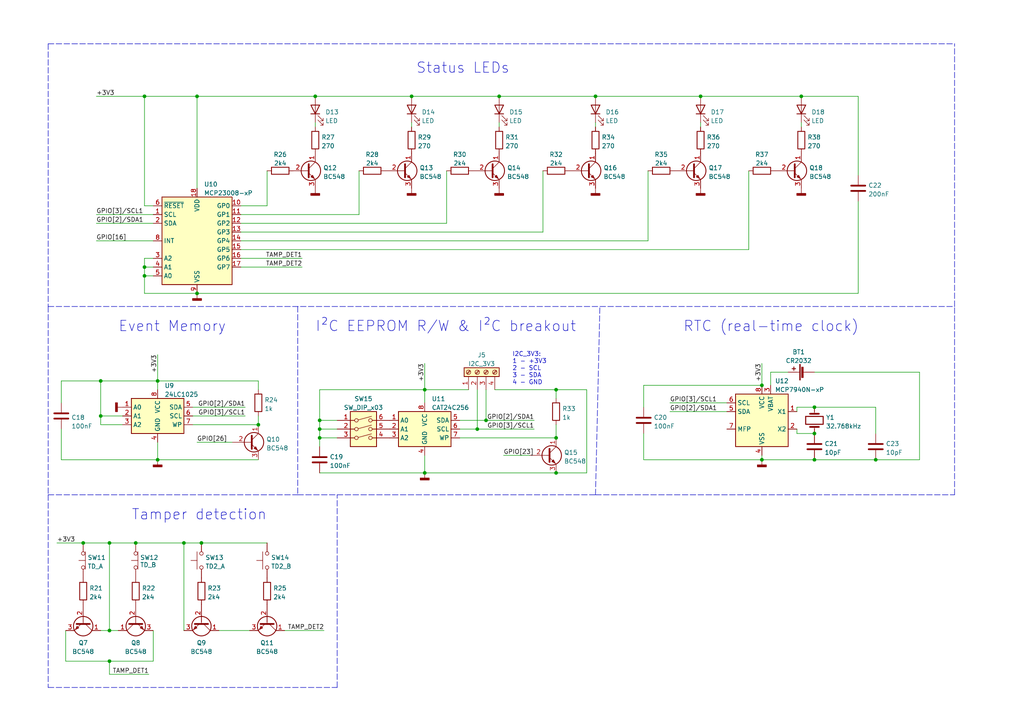
<source format=kicad_sch>
(kicad_sch (version 20211123) (generator eeschema)
  (paper "A4")
  (title_block (title "The Ulysses Board") (date "2022-09-04") (rev "1.3") (company "Dirk Gottschalk") (comment 1 "Status & I2C module") (comment 2 "Schematics") (comment 3 "Draft") (comment 4 "EN") (comment 5 "Tech- dev.") (comment 6 "n/a") (comment 7 "Dirk Gottschalk"))
  (lib_symbols
    (symbol "Connector:Screw_Terminal_01x04" (pin_names (offset 1.016) hide)
      (property "Reference" "J" (at 0 5.08 0))
      (property "Value" "Screw_Terminal_01x04" (at 0 -7.62 0))
      (symbol "Screw_Terminal_01x04_1_1"
        (rectangle (start -1.27 3.81) (end 1.27 -6.35) (stroke (width 0.254)) (fill (type background)))
        (circle (center 0 -5.08) (radius 0.635) (stroke (width 0.1524)))
        (circle (center 0 -2.54) (radius 0.635) (stroke (width 0.1524)))
        (polyline (pts (xy -0.5334 -4.7498) (xy 0.3302 -5.588)) (stroke (width 0.1524)))
        (polyline (pts (xy -0.5334 -2.2098) (xy 0.3302 -3.048)) (stroke (width 0.1524)))
        (polyline (pts (xy -0.5334 0.3302) (xy 0.3302 -0.508)) (stroke (width 0.1524)))
        (polyline (pts (xy -0.5334 2.8702) (xy 0.3302 2.032)) (stroke (width 0.1524)))
        (polyline (pts (xy -0.3556 -4.572) (xy 0.508 -5.4102)) (stroke (width 0.1524)))
        (polyline (pts (xy -0.3556 -2.032) (xy 0.508 -2.8702)) (stroke (width 0.1524)))
        (polyline (pts (xy -0.3556 0.508) (xy 0.508 -0.3302)) (stroke (width 0.1524)))
        (polyline (pts (xy -0.3556 3.048) (xy 0.508 2.2098)) (stroke (width 0.1524)))
        (circle (center 0 0) (radius 0.635) (stroke (width 0.1524)))
        (circle (center 0 2.54) (radius 0.635) (stroke (width 0.1524)))
        (pin passive line (at -5.08 2.54 0) (length 3.81) (name "Pin_1") (number "1"))
        (pin passive line (at -5.08 0 0) (length 3.81) (name "Pin_2") (number "2"))
        (pin passive line (at -5.08 -2.54 0) (length 3.81) (name "Pin_3") (number "3"))
        (pin passive line (at -5.08 -5.08 0) (length 3.81) (name "Pin_4") (number "4"))
      )
    )
    (symbol "Device:Battery_Cell" (pin_numbers hide) (pin_names (offset 0) hide)
      (property "Reference" "BT" (at 2.54 2.54 0))
      (property "Value" "Battery_Cell" (at 2.54 0 0))
      (symbol "Battery_Cell_0_1"
        (rectangle (start -2.286 1.778) (end 2.286 1.524) (fill (type outline)))
        (rectangle (start -1.5748 1.1938) (end 1.4732 0.6858) (fill (type outline)))
        (polyline (pts (xy 0 0.762) (xy 0 0)))
        (polyline (pts (xy 0 1.778) (xy 0 2.54)))
        (polyline (pts (xy 0.508 3.429) (xy 1.524 3.429)) (stroke (width 0.254)))
        (polyline (pts (xy 1.016 3.937) (xy 1.016 2.921)) (stroke (width 0.254)))
      )
      (symbol "Battery_Cell_1_1"
        (pin passive line (at 0 5.08 270) (length 2.54) (name "+") (number "1"))
        (pin passive line (at 0 -2.54 90) (length 2.54) (name "-") (number "2"))
      )
    )
    (symbol "Device:C" (pin_numbers hide) (pin_names (offset 0.254))
      (property "Reference" "C" (at 0.635 2.54 0))
      (property "Value" "C" (at 0.635 -2.54 0))
      (symbol "C_0_1"
        (polyline (pts (xy -2.032 -0.762) (xy 2.032 -0.762)) (stroke (width 0.508)))
        (polyline (pts (xy -2.032 0.762) (xy 2.032 0.762)) (stroke (width 0.508)))
      )
      (symbol "C_1_1"
        (pin passive line (at 0 3.81 270) (length 2.794) (name "~") (number "1"))
        (pin passive line (at 0 -3.81 90) (length 2.794) (name "~") (number "2"))
      )
    )
    (symbol "Device:Crystal" (pin_numbers hide) (pin_names (offset 1.016) hide)
      (property "Reference" "Y" (at 0 3.81 0))
      (property "Value" "Crystal" (at 0 -3.81 0))
      (symbol "Crystal_0_1"
        (rectangle (start -1.143 2.54) (end 1.143 -2.54) (stroke (width 0.3048)))
        (polyline (pts (xy -2.54 0) (xy -1.905 0)))
        (polyline (pts (xy -1.905 -1.27) (xy -1.905 1.27)) (stroke (width 0.508)))
        (polyline (pts (xy 1.905 -1.27) (xy 1.905 1.27)) (stroke (width 0.508)))
        (polyline (pts (xy 2.54 0) (xy 1.905 0)))
      )
      (symbol "Crystal_1_1"
        (pin passive line (at -3.81 0 0) (length 1.27) (name "1") (number "1"))
        (pin passive line (at 3.81 0 180) (length 1.27) (name "2") (number "2"))
      )
    )
    (symbol "Device:LED" (pin_numbers hide) (pin_names (offset 1.016) hide)
      (property "Reference" "D" (at 0 2.54 0))
      (property "Value" "LED" (at 0 -2.54 0))
      (symbol "LED_0_1"
        (polyline (pts (xy -1.27 -1.27) (xy -1.27 1.27)) (stroke (width 0.254)))
        (polyline (pts (xy -1.27 0) (xy 1.27 0)))
        (polyline (pts (xy 1.27 -1.27) (xy 1.27 1.27) (xy -1.27 0) (xy 1.27 -1.27)) (stroke (width 0.254)))
        (polyline (pts (xy -3.048 -0.762) (xy -4.572 -2.286) (xy -3.81 -2.286) (xy -4.572 -2.286) (xy -4.572 -1.524)))
        (polyline (pts (xy -1.778 -0.762) (xy -3.302 -2.286) (xy -2.54 -2.286) (xy -3.302 -2.286) (xy -3.302 -1.524)))
      )
      (symbol "LED_1_1"
        (pin passive line (at -3.81 0 0) (length 2.54) (name "K") (number "1"))
        (pin passive line (at 3.81 0 180) (length 2.54) (name "A") (number "2"))
      )
    )
    (symbol "Device:R" (pin_numbers hide) (pin_names (offset 0))
      (property "Reference" "R" (at 2.032 0 90))
      (property "Value" "R" (at 0 0 90))
      (symbol "R_0_1"
        (rectangle (start -1.016 -2.54) (end 1.016 2.54) (stroke (width 0.254)))
      )
      (symbol "R_1_1"
        (pin passive line (at 0 3.81 270) (length 1.27) (name "~") (number "1"))
        (pin passive line (at 0 -3.81 90) (length 1.27) (name "~") (number "2"))
      )
    )
    (symbol "Interface_Expansion:MCP23008-xP"
      (property "Reference" "U" (at -8.89 13.97 0))
      (property "Value" "MCP23008-xP" (at 8.89 13.97 0))
      (symbol "MCP23008-xP_0_1"
        (rectangle (start -10.16 12.7) (end 10.16 -12.7) (stroke (width 0.254)) (fill (type background)))
      )
      (symbol "MCP23008-xP_1_1"
        (pin input line (at -12.7 7.62 0) (length 2.54) (name "SCL") (number "1"))
        (pin bidirectional line (at 12.7 10.16 180) (length 2.54) (name "GP0") (number "10"))
        (pin bidirectional line (at 12.7 7.62 180) (length 2.54) (name "GP1") (number "11"))
        (pin bidirectional line (at 12.7 5.08 180) (length 2.54) (name "GP2") (number "12"))
        (pin bidirectional line (at 12.7 2.54 180) (length 2.54) (name "GP3") (number "13"))
        (pin bidirectional line (at 12.7 0 180) (length 2.54) (name "GP4") (number "14"))
        (pin bidirectional line (at 12.7 -2.54 180) (length 2.54) (name "GP5") (number "15"))
        (pin bidirectional line (at 12.7 -5.08 180) (length 2.54) (name "GP6") (number "16"))
        (pin bidirectional line (at 12.7 -7.62 180) (length 2.54) (name "GP7") (number "17"))
        (pin power_in line (at 0 15.24 270) (length 2.54) (name "VDD") (number "18"))
        (pin bidirectional line (at -12.7 5.08 0) (length 2.54) (name "SDA") (number "2"))
        (pin input line (at -12.7 -5.08 0) (length 2.54) (name "A2") (number "3"))
        (pin input line (at -12.7 -7.62 0) (length 2.54) (name "A1") (number "4"))
        (pin input line (at -12.7 -10.16 0) (length 2.54) (name "A0") (number "5"))
        (pin input line (at -12.7 10.16 0) (length 2.54) (name "~{RESET}") (number "6"))
        (pin no_connect line (at -10.16 -2.54 0) (length 2.54) hide (name "NC") (number "7"))
        (pin output line (at -12.7 0 0) (length 2.54) (name "INT") (number "8"))
        (pin power_in line (at 0 -15.24 90) (length 2.54) (name "VSS") (number "9"))
      )
    )
    (symbol "Memory_EEPROM:24LC1025"
      (property "Reference" "U" (at -6.35 6.35 0))
      (property "Value" "24LC1025" (at 1.27 6.35 0))
      (symbol "24LC1025_1_1"
        (rectangle (start -7.62 5.08) (end 7.62 -5.08) (stroke (width 0.254)) (fill (type background)))
        (pin input line (at -10.16 2.54 0) (length 2.54) (name "A0") (number "1"))
        (pin input line (at -10.16 0 0) (length 2.54) (name "A1") (number "2"))
        (pin input line (at -10.16 -2.54 0) (length 2.54) (name "A2") (number "3"))
        (pin power_in line (at 0 -7.62 90) (length 2.54) (name "GND") (number "4"))
        (pin bidirectional line (at 10.16 2.54 180) (length 2.54) (name "SDA") (number "5"))
        (pin input line (at 10.16 0 180) (length 2.54) (name "SCL") (number "6"))
        (pin input line (at 10.16 -2.54 180) (length 2.54) (name "WP") (number "7"))
        (pin power_in line (at 0 7.62 270) (length 2.54) (name "VCC") (number "8"))
      )
    )
    (symbol "Memory_EEPROM:CAT24C256"
      (property "Reference" "U" (at -6.35 6.35 0))
      (property "Value" "CAT24C256" (at 1.27 6.35 0))
      (symbol "CAT24C256_1_1"
        (rectangle (start -7.62 5.08) (end 7.62 -5.08) (stroke (width 0.254)) (fill (type background)))
        (pin input line (at -10.16 2.54 0) (length 2.54) (name "A0") (number "1"))
        (pin input line (at -10.16 0 0) (length 2.54) (name "A1") (number "2"))
        (pin input line (at -10.16 -2.54 0) (length 2.54) (name "A2") (number "3"))
        (pin power_in line (at 0 -7.62 90) (length 2.54) (name "GND") (number "4"))
        (pin bidirectional line (at 10.16 2.54 180) (length 2.54) (name "SDA") (number "5"))
        (pin input line (at 10.16 0 180) (length 2.54) (name "SCL") (number "6"))
        (pin input line (at 10.16 -2.54 180) (length 2.54) (name "WP") (number "7"))
        (pin power_in line (at 0 7.62 270) (length 2.54) (name "VCC") (number "8"))
      )
    )
    (symbol "Switch:SW_DIP_x03" (pin_names (offset 0) hide)
      (property "Reference" "SW" (at 0 8.89 0))
      (property "Value" "SW_DIP_x03" (at 0 -3.81 0))
      (symbol "SW_DIP_x03_0_0"
        (circle (center -2.032 0) (radius 0.508))
        (circle (center -2.032 2.54) (radius 0.508))
        (circle (center -2.032 5.08) (radius 0.508))
        (polyline (pts (xy -1.524 0.127) (xy 2.3622 1.1684)))
        (polyline (pts (xy -1.524 2.667) (xy 2.3622 3.7084)))
        (polyline (pts (xy -1.524 5.207) (xy 2.3622 6.2484)))
        (circle (center 2.032 0) (radius 0.508))
        (circle (center 2.032 2.54) (radius 0.508))
        (circle (center 2.032 5.08) (radius 0.508))
      )
      (symbol "SW_DIP_x03_0_1"
        (rectangle (start -3.81 7.62) (end 3.81 -2.54) (stroke (width 0.254)) (fill (type background)))
      )
      (symbol "SW_DIP_x03_1_1"
        (pin passive line (at -7.62 5.08 0) (length 5.08) (name "~") (number "1"))
        (pin passive line (at -7.62 2.54 0) (length 5.08) (name "~") (number "2"))
        (pin passive line (at -7.62 0 0) (length 5.08) (name "~") (number "3"))
        (pin passive line (at 7.62 0 180) (length 5.08) (name "~") (number "4"))
        (pin passive line (at 7.62 2.54 180) (length 5.08) (name "~") (number "5"))
        (pin passive line (at 7.62 5.08 180) (length 5.08) (name "~") (number "6"))
      )
    )
    (symbol "Switch:SW_Push" (pin_numbers hide) (pin_names (offset 1.016) hide)
      (property "Reference" "SW" (at 1.27 2.54 0))
      (property "Value" "SW_Push" (at 0 -1.524 0))
      (symbol "SW_Push_0_1"
        (circle (center -2.032 0) (radius 0.508))
        (polyline (pts (xy 0 1.27) (xy 0 3.048)))
        (polyline (pts (xy 2.54 1.27) (xy -2.54 1.27)))
        (circle (center 2.032 0) (radius 0.508))
        (pin passive line (at -5.08 0 0) (length 2.54) (name "1") (number "1"))
        (pin passive line (at 5.08 0 180) (length 2.54) (name "2") (number "2"))
      )
    )
    (symbol "Switch:SW_Push_Open" (pin_numbers hide) (pin_names (offset 1.016) hide)
      (property "Reference" "SW" (at 0 2.54 0))
      (property "Value" "SW_Push_Open" (at 0 -1.905 0))
      (symbol "SW_Push_Open_0_1"
        (circle (center -2.032 0) (radius 0.508))
        (polyline (pts (xy -2.54 -0.635) (xy 2.54 -0.635)))
        (polyline (pts (xy 0 -0.635) (xy 0 1.27)))
        (circle (center 2.032 0) (radius 0.508))
        (pin passive line (at -5.08 0 0) (length 2.54) (name "A") (number "1"))
      )
      (symbol "SW_Push_Open_1_1"
        (pin passive line (at 5.08 0 180) (length 2.54) (name "B") (number "2"))
      )
    )
    (symbol "Timer_RTC:MCP7940N-xP"
      (property "Reference" "U" (at -6.35 8.89 0))
      (property "Value" "MCP7940N-xP" (at 11.43 8.89 0))
      (symbol "MCP7940N-xP_0_1"
        (rectangle (start -7.62 7.62) (end 7.62 -7.62) (stroke (width 0.254)) (fill (type background)))
      )
      (symbol "MCP7940N-xP_1_1"
        (pin input line (at 10.16 2.54 180) (length 2.54) (name "X1") (number "1"))
        (pin output line (at 10.16 -2.54 180) (length 2.54) (name "X2") (number "2"))
        (pin power_in line (at 2.54 10.16 270) (length 2.54) (name "VBAT") (number "3"))
        (pin power_in line (at 0 -10.16 90) (length 2.54) (name "VSS") (number "4"))
        (pin bidirectional line (at -10.16 2.54 0) (length 2.54) (name "SDA") (number "5"))
        (pin input line (at -10.16 5.08 0) (length 2.54) (name "SCL") (number "6"))
        (pin open_collector line (at -10.16 -2.54 0) (length 2.54) (name "MFP") (number "7"))
        (pin power_in line (at 0 10.16 270) (length 2.54) (name "VCC") (number "8"))
      )
    )
    (symbol "Transistor_BJT:BC548" (pin_names (offset 0) hide)
      (property "Reference" "Q" (at 5.08 1.905 0))
      (property "Value" "BC548" (at 5.08 0 0))
      (symbol "BC548_0_1"
        (polyline (pts (xy 0 0) (xy 0.635 0)))
        (polyline (pts (xy 0.635 0.635) (xy 2.54 2.54)))
        (polyline (pts (xy 0.635 -0.635) (xy 2.54 -2.54) (xy 2.54 -2.54)))
        (polyline (pts (xy 0.635 1.905) (xy 0.635 -1.905) (xy 0.635 -1.905)) (stroke (width 0.508)))
        (polyline (pts (xy 1.27 -1.778) (xy 1.778 -1.27) (xy 2.286 -2.286) (xy 1.27 -1.778) (xy 1.27 -1.778)) (fill (type outline)))
        (circle (center 1.27 0) (radius 2.8194) (stroke (width 0.254)))
      )
      (symbol "BC548_1_1"
        (pin passive line (at 2.54 5.08 270) (length 2.54) (name "C") (number "1"))
        (pin input line (at -5.08 0 0) (length 5.08) (name "B") (number "2"))
        (pin passive line (at 2.54 -5.08 90) (length 2.54) (name "E") (number "3"))
      )
    )
    (symbol "power:GNDD" (power) (pin_names (offset 0))
      (property "Value" "GNDD" (at 0 -3.175 0))
      (symbol "GNDD_0_1"
        (rectangle (start -1.27 -1.524) (end 1.27 -2.032) (stroke (width 0.254)) (fill (type outline)))
        (polyline (pts (xy 0 0) (xy 0 -1.524)))
      )
      (symbol "GNDD_1_1"
        (pin power_in line (at 0 0 270) (length 0) hide (name "GNDD") (number "1"))
      )
    )
  )
  (junction (at 29.21 110.49))
  (junction (at 57.15 27.94))
  (junction (at 236.22 125.73))
  (junction (at 220.98 133.35))
  (junction (at 161.29 127))
  (junction (at 41.91 27.94))
  (junction (at 91.44 27.94))
  (junction (at 57.15 85.09))
  (junction (at 53.34 157.48))
  (junction (at 232.41 27.94))
  (junction (at 236.22 133.35))
  (junction (at 138.43 124.46))
  (junction (at 41.91 77.47))
  (junction (at 123.19 113.03))
  (junction (at 161.29 137.16))
  (junction (at 92.71 127))
  (junction (at 58.42 157.48))
  (junction (at 119.38 27.94))
  (junction (at 254 133.35))
  (junction (at 144.78 27.94))
  (junction (at 172.72 27.94))
  (junction (at 92.71 121.92))
  (junction (at 45.72 133.35))
  (junction (at 24.13 157.48))
  (junction (at 29.21 120.65))
  (junction (at 74.93 123.19))
  (junction (at 220.98 111.76))
  (junction (at 236.22 118.11))
  (junction (at 123.19 137.16))
  (junction (at 31.75 182.88))
  (junction (at 92.71 124.46))
  (junction (at 45.72 110.49))
  (junction (at 31.75 157.48))
  (junction (at 41.91 80.01))
  (junction (at 203.2 27.94))
  (junction (at 140.97 121.92))
  (junction (at 161.29 113.03))
  (junction (at 39.37 157.48))
  (junction (at 31.75 191.77))
  (wire (pts (xy 194.31 116.84) (xy 210.82 116.84)))
  (wire (pts (xy 203.2 27.94) (xy 232.41 27.94)))
  (wire (pts (xy 27.94 64.77) (xy 44.45 64.77)))
  (polyline (pts (xy 276.86 88.9) (xy 276.86 12.7)))
  (wire (pts (xy 266.7 107.95) (xy 266.7 133.35)))
  (wire (pts (xy 123.19 132.08) (xy 123.19 137.16)))
  (wire (pts (xy 45.72 128.27) (xy 45.72 133.35)))
  (polyline (pts (xy 13.97 88.9) (xy 13.97 143.51)))
  (wire (pts (xy 248.92 27.94) (xy 232.41 27.94)))
  (wire (pts (xy 231.14 119.38) (xy 231.14 118.11)))
  (polyline (pts (xy 13.97 88.9) (xy 276.86 88.9)))
  (wire (pts (xy 140.97 113.03) (xy 140.97 121.92)))
  (wire (pts (xy 16.51 157.48) (xy 24.13 157.48)))
  (polyline (pts (xy 276.86 143.51) (xy 276.86 88.9)))
  (wire (pts (xy 27.94 69.85) (xy 44.45 69.85)))
  (wire (pts (xy 172.72 27.94) (xy 203.2 27.94)))
  (wire (pts (xy 41.91 80.01) (xy 44.45 80.01)))
  (wire (pts (xy 45.72 133.35) (xy 17.78 133.35)))
  (wire (pts (xy 143.51 113.03) (xy 161.29 113.03)))
  (wire (pts (xy 92.71 124.46) (xy 92.71 121.92)))
  (wire (pts (xy 35.56 123.19) (xy 29.21 123.19)))
  (wire (pts (xy 133.35 121.92) (xy 140.97 121.92)))
  (wire (pts (xy 232.41 35.56) (xy 232.41 36.83)))
  (wire (pts (xy 69.85 67.31) (xy 157.48 67.31)))
  (wire (pts (xy 146.05 132.08) (xy 153.67 132.08)))
  (wire (pts (xy 92.71 121.92) (xy 92.71 113.03)))
  (wire (pts (xy 194.31 119.38) (xy 210.82 119.38)))
  (wire (pts (xy 236.22 133.35) (xy 254 133.35)))
  (polyline (pts (xy 13.97 143.51) (xy 13.97 199.39)))
  (wire (pts (xy 220.98 132.08) (xy 220.98 133.35)))
  (wire (pts (xy 266.7 133.35) (xy 254 133.35)))
  (polyline (pts (xy 13.97 199.39) (xy 97.79 199.39)))
  (wire (pts (xy 203.2 35.56) (xy 203.2 36.83)))
  (wire (pts (xy 55.88 120.65) (xy 71.12 120.65)))
  (wire (pts (xy 31.75 182.88) (xy 34.29 182.88)))
  (wire (pts (xy 69.85 72.39) (xy 217.17 72.39)))
  (wire (pts (xy 231.14 124.46) (xy 231.14 125.73)))
  (wire (pts (xy 53.34 157.48) (xy 53.34 182.88)))
  (wire (pts (xy 236.22 107.95) (xy 266.7 107.95)))
  (wire (pts (xy 57.15 27.94) (xy 91.44 27.94)))
  (wire (pts (xy 82.55 182.88) (xy 93.98 182.88)))
  (wire (pts (xy 17.78 110.49) (xy 17.78 116.84)))
  (wire (pts (xy 129.54 64.77) (xy 129.54 49.53)))
  (wire (pts (xy 55.88 123.19) (xy 74.93 123.19)))
  (wire (pts (xy 138.43 124.46) (xy 154.94 124.46)))
  (wire (pts (xy 186.69 111.76) (xy 220.98 111.76)))
  (wire (pts (xy 104.14 62.23) (xy 104.14 49.53)))
  (wire (pts (xy 41.91 85.09) (xy 41.91 80.01)))
  (wire (pts (xy 27.94 27.94) (xy 41.91 27.94)))
  (wire (pts (xy 133.35 124.46) (xy 138.43 124.46)))
  (wire (pts (xy 123.19 105.41) (xy 123.19 113.03)))
  (wire (pts (xy 69.85 59.69) (xy 77.47 59.69)))
  (wire (pts (xy 69.85 64.77) (xy 129.54 64.77)))
  (wire (pts (xy 123.19 113.03) (xy 135.89 113.03)))
  (wire (pts (xy 31.75 157.48) (xy 31.75 182.88)))
  (wire (pts (xy 248.92 58.42) (xy 248.92 85.09)))
  (polyline (pts (xy 13.97 12.7) (xy 13.97 88.9)))
  (polyline (pts (xy 13.97 12.7) (xy 276.86 12.7)))
  (wire (pts (xy 161.29 137.16) (xy 170.18 137.16)))
  (wire (pts (xy 123.19 113.03) (xy 123.19 116.84)))
  (wire (pts (xy 172.72 35.56) (xy 172.72 36.83)))
  (wire (pts (xy 161.29 123.19) (xy 161.29 127)))
  (polyline (pts (xy 86.36 88.9) (xy 86.36 143.51)))
  (wire (pts (xy 217.17 72.39) (xy 217.17 49.53)))
  (wire (pts (xy 29.21 123.19) (xy 29.21 120.65)))
  (wire (pts (xy 74.93 123.19) (xy 74.93 120.65)))
  (wire (pts (xy 223.52 107.95) (xy 228.6 107.95)))
  (wire (pts (xy 254 125.73) (xy 254 118.11)))
  (wire (pts (xy 45.72 102.87) (xy 45.72 110.49)))
  (wire (pts (xy 43.18 195.58) (xy 31.75 195.58)))
  (wire (pts (xy 31.75 191.77) (xy 44.45 191.77)))
  (wire (pts (xy 92.71 113.03) (xy 123.19 113.03)))
  (wire (pts (xy 55.88 118.11) (xy 71.12 118.11)))
  (wire (pts (xy 24.13 157.48) (xy 31.75 157.48)))
  (wire (pts (xy 144.78 35.56) (xy 144.78 36.83)))
  (wire (pts (xy 92.71 121.92) (xy 97.79 121.92)))
  (wire (pts (xy 57.15 85.09) (xy 41.91 85.09)))
  (wire (pts (xy 69.85 62.23) (xy 104.14 62.23)))
  (wire (pts (xy 41.91 77.47) (xy 44.45 77.47)))
  (wire (pts (xy 58.42 157.48) (xy 77.47 157.48)))
  (wire (pts (xy 45.72 110.49) (xy 45.72 113.03)))
  (wire (pts (xy 91.44 35.56) (xy 91.44 36.83)))
  (wire (pts (xy 223.52 111.76) (xy 223.52 107.95)))
  (wire (pts (xy 31.75 195.58) (xy 31.75 191.77)))
  (wire (pts (xy 92.71 124.46) (xy 97.79 124.46)))
  (wire (pts (xy 53.34 157.48) (xy 58.42 157.48)))
  (polyline (pts (xy 172.72 143.51) (xy 173.99 88.9)))
  (wire (pts (xy 17.78 110.49) (xy 29.21 110.49)))
  (wire (pts (xy 41.91 77.47) (xy 41.91 80.01)))
  (wire (pts (xy 157.48 67.31) (xy 157.48 49.53)))
  (wire (pts (xy 170.18 113.03) (xy 170.18 137.16)))
  (wire (pts (xy 220.98 105.41) (xy 220.98 111.76)))
  (wire (pts (xy 140.97 121.92) (xy 154.94 121.92)))
  (wire (pts (xy 39.37 157.48) (xy 53.34 157.48)))
  (wire (pts (xy 119.38 35.56) (xy 119.38 36.83)))
  (wire (pts (xy 119.38 27.94) (xy 144.78 27.94)))
  (polyline (pts (xy 86.36 143.51) (xy 172.72 143.51)))
  (wire (pts (xy 69.85 77.47) (xy 87.63 77.47)))
  (wire (pts (xy 186.69 118.11) (xy 186.69 111.76)))
  (wire (pts (xy 17.78 124.46) (xy 17.78 133.35)))
  (wire (pts (xy 31.75 157.48) (xy 39.37 157.48)))
  (wire (pts (xy 77.47 49.53) (xy 77.47 59.69)))
  (polyline (pts (xy 172.72 143.51) (xy 276.86 143.51)))
  (wire (pts (xy 19.05 182.88) (xy 19.05 191.77)))
  (wire (pts (xy 29.21 120.65) (xy 29.21 110.49)))
  (wire (pts (xy 69.85 69.85) (xy 187.96 69.85)))
  (wire (pts (xy 57.15 85.09) (xy 248.92 85.09)))
  (wire (pts (xy 254 118.11) (xy 236.22 118.11)))
  (wire (pts (xy 91.44 27.94) (xy 119.38 27.94)))
  (wire (pts (xy 29.21 110.49) (xy 45.72 110.49)))
  (wire (pts (xy 231.14 125.73) (xy 236.22 125.73)))
  (wire (pts (xy 57.15 27.94) (xy 57.15 54.61)))
  (wire (pts (xy 92.71 127) (xy 92.71 129.54)))
  (wire (pts (xy 44.45 191.77) (xy 44.45 182.88)))
  (wire (pts (xy 248.92 50.8) (xy 248.92 27.94)))
  (wire (pts (xy 138.43 113.03) (xy 138.43 124.46)))
  (wire (pts (xy 220.98 133.35) (xy 236.22 133.35)))
  (wire (pts (xy 29.21 182.88) (xy 31.75 182.88)))
  (polyline (pts (xy 97.79 199.39) (xy 97.79 143.51)))
  (wire (pts (xy 41.91 27.94) (xy 57.15 27.94)))
  (wire (pts (xy 74.93 110.49) (xy 45.72 110.49)))
  (wire (pts (xy 29.21 120.65) (xy 35.56 120.65)))
  (wire (pts (xy 19.05 191.77) (xy 31.75 191.77)))
  (wire (pts (xy 41.91 59.69) (xy 41.91 27.94)))
  (wire (pts (xy 231.14 118.11) (xy 236.22 118.11)))
  (wire (pts (xy 144.78 27.94) (xy 172.72 27.94)))
  (wire (pts (xy 133.35 127) (xy 161.29 127)))
  (wire (pts (xy 161.29 113.03) (xy 161.29 115.57)))
  (wire (pts (xy 74.93 113.03) (xy 74.93 110.49)))
  (wire (pts (xy 97.79 127) (xy 92.71 127)))
  (wire (pts (xy 187.96 69.85) (xy 187.96 49.53)))
  (wire (pts (xy 44.45 74.93) (xy 41.91 74.93)))
  (wire (pts (xy 69.85 74.93) (xy 87.63 74.93)))
  (polyline (pts (xy 13.97 143.51) (xy 86.36 143.51)))
  (wire (pts (xy 186.69 133.35) (xy 220.98 133.35)))
  (wire (pts (xy 123.19 137.16) (xy 161.29 137.16)))
  (wire (pts (xy 27.94 62.23) (xy 44.45 62.23)))
  (wire (pts (xy 63.5 182.88) (xy 72.39 182.88)))
  (wire (pts (xy 186.69 125.73) (xy 186.69 133.35)))
  (wire (pts (xy 74.93 133.35) (xy 45.72 133.35)))
  (wire (pts (xy 92.71 127) (xy 92.71 124.46)))
  (wire (pts (xy 57.15 128.27) (xy 67.31 128.27)))
  (wire (pts (xy 41.91 74.93) (xy 41.91 77.47)))
  (wire (pts (xy 161.29 113.03) (xy 170.18 113.03)))
  (wire (pts (xy 92.71 137.16) (xy 123.19 137.16)))
  (wire (pts (xy 44.45 59.69) (xy 41.91 59.69)))
  (text "I2C_3V3:\n1 - +3V3\n2 - SCL\n3 - SDA\n4 - GND" (at 148.59 111.76 0) (effects (font (size 1.27 1.27)) (justify left bottom)))
  (text "RTC (real-time clock)" (at 198.12 96.52 0) (effects (font (size 3 3)) (justify left bottom)))
  (text "Event Memory" (at 34.29 96.52 0) (effects (font (size 3 3)) (justify left bottom)))
  (text "Tamper detection" (at 38.1 151.13 0) (effects (font (size 3 3)) (justify left bottom)))
  (text "Status LEDs" (at 120.65 21.59 0) (effects (font (size 3 3)) (justify left bottom)))
  (text "I²C EEPROM R/W & I²C breakout" (at 91.44 96.52 0) (effects (font (size 3 3)) (justify left bottom)))
  (label "GPIO[2]{slash}SDA1" (at 71.12 118.11 180))
  (label "+3V3" (at 16.51 157.48 0))
  (label "GPIO[3]{slash}SCL1" (at 154.94 124.46 180))
  (label "GPIO[2]{slash}SDA1" (at 27.94 64.77 0))
  (label "GPIO[2]{slash}SDA1" (at 194.31 119.38 0))
  (label "GPIO[26]" (at 57.15 128.27 0))
  (label "GPIO[2]{slash}SDA1" (at 154.94 121.92 180))
  (label "TAMP_DET2" (at 93.98 182.88 180))
  (label "TAMP_DET1" (at 87.63 74.93 180))
  (label "GPIO[16]" (at 27.94 69.85 0))
  (label "GPIO[3]{slash}SCL1" (at 71.12 120.65 180))
  (label "TAMP_DET2" (at 87.63 77.47 180))
  (label "+3V3" (at 27.94 27.94 0))
  (label "TAMP_DET1" (at 43.18 195.58 180))
  (label "+3V3" (at 123.19 105.41 270))
  (label "+3V3" (at 45.72 102.87 270))
  (label "+3V3" (at 220.98 105.41 270))
  (label "GPIO[3]{slash}SCL1" (at 27.94 62.23 0))
  (label "GPIO[23]" (at 146.05 132.08 0))
  (label "GPIO[3]{slash}SCL1" (at 194.31 116.84 0))
  (symbol (lib_id "Device:R") (at 191.77 49.53 90) (unit 1)
    (property "Reference" "R35" (at 191.77 44.8142 90))
    (property "Value" "2k4" (at 191.77 47.3511 90))
  )
  (symbol (lib_id "Transistor_BJT:BC548") (at 229.87 49.53 0) (unit 1)
    (property "Reference" "Q18" (at 234.7214 48.6953 0) (effects (justify left)))
    (property "Value" "BC548" (at 234.7214 51.2322 0) (effects (justify left)))
    (property "Footprint" "Package_TO_SOT_THT:TO-92_Inline" (effects hide))
    (property "Datasheet" "https://www.onsemi.com/pub/Collateral/BC550-D.pdf" (effects hide))
  )
  (symbol (lib_id "Memory_EEPROM:CAT24C256") (at 123.19 124.46 0) (unit 1)
    (property "Reference" "U11" (at 125.2094 115.6802 0) (effects (justify left)))
    (property "Value" "CAT24C256" (at 125.2094 118.2171 0) (effects (justify left)))
    (property "Datasheet" "https://www.onsemi.cn/PowerSolutions/document/CAT24C256-D.PDF" (effects hide))
  )
  (symbol (lib_id "Transistor_BJT:BC548") (at 77.47 180.34 270) (unit 1)
    (property "Reference" "Q11" (at 77.47 186.4598 90))
    (property "Value" "BC548" (at 77.47 188.9967 90))
    (property "Footprint" "Package_TO_SOT_THT:TO-92_Inline" (effects hide))
    (property "Datasheet" "https://www.onsemi.com/pub/Collateral/BC550-D.pdf" (effects hide))
  )
  (symbol (lib_id "Device:C") (at 236.22 129.54 0) (unit 1)
    (property "Reference" "C21" (at 239.141 128.7053 0) (effects (justify left)))
    (property "Value" "10pF" (at 239.141 131.2422 0) (effects (justify left)))
  )
  (symbol (lib_id "Transistor_BJT:BC548") (at 142.24 49.53 0) (unit 1)
    (property "Reference" "Q14" (at 147.0914 48.6953 0) (effects (justify left)))
    (property "Value" "BC548" (at 147.0914 51.2322 0) (effects (justify left)))
    (property "Footprint" "Package_TO_SOT_THT:TO-92_Inline" (effects hide))
    (property "Datasheet" "https://www.onsemi.com/pub/Collateral/BC550-D.pdf" (effects hide))
  )
  (symbol (lib_id "power:GNDD") (at 35.56 118.11 270) (unit 1)
    (property "Reference" "#PWR09" (effects hide))
    (property "Value" "GNDD" (effects hide))
  )
  (symbol (lib_id "Device:R") (at 77.47 171.45 0) (unit 1)
    (property "Reference" "R25" (at 79.248 170.6153 0) (effects (justify left)))
    (property "Value" "2k4" (at 79.248 173.1522 0) (effects (justify left)))
  )
  (symbol (lib_id "Device:R") (at 161.29 49.53 90) (unit 1)
    (property "Reference" "R32" (at 161.29 44.8142 90))
    (property "Value" "2k4" (at 161.29 47.3511 90))
  )
  (symbol (lib_id "Device:R") (at 24.13 171.45 0) (unit 1)
    (property "Reference" "R21" (at 25.908 170.6153 0) (effects (justify left)))
    (property "Value" "2k4" (at 25.908 173.1522 0) (effects (justify left)))
  )
  (symbol (lib_id "Switch:SW_Push") (at 58.42 162.56 90) (unit 1)
    (property "Reference" "SW13" (at 59.563 161.7253 90) (effects (justify right)))
    (property "Value" "TD2_A" (at 59.563 164.2622 90) (effects (justify right)))
  )
  (symbol (lib_id "power:GNDD") (at 203.2 54.61 0) (unit 1)
    (property "Reference" "#PWR017" (effects hide))
    (property "Value" "GNDD" (effects hide))
  )
  (symbol (lib_id "Transistor_BJT:BC548") (at 200.66 49.53 0) (unit 1)
    (property "Reference" "Q17" (at 205.5114 48.6953 0) (effects (justify left)))
    (property "Value" "BC548" (at 205.5114 51.2322 0) (effects (justify left)))
    (property "Footprint" "Package_TO_SOT_THT:TO-92_Inline" (effects hide))
    (property "Datasheet" "https://www.onsemi.com/pub/Collateral/BC550-D.pdf" (effects hide))
  )
  (symbol (lib_id "Device:LED") (at 172.72 31.75 90) (unit 1)
    (property "Reference" "D16" (at 175.641 32.5028 90) (effects (justify right)))
    (property "Value" "LED" (at 175.641 35.0397 90) (effects (justify right)))
  )
  (symbol (lib_id "Device:R") (at 39.37 171.45 0) (unit 1)
    (property "Reference" "R22" (at 41.148 170.6153 0) (effects (justify left)))
    (property "Value" "2k4" (at 41.148 173.1522 0) (effects (justify left)))
  )
  (symbol (lib_id "Memory_EEPROM:24LC1025") (at 45.72 120.65 0) (unit 1)
    (property "Reference" "U9" (at 47.7394 111.8702 0) (effects (justify left)))
    (property "Value" "24LC1025" (at 47.7394 114.4071 0) (effects (justify left)))
    (property "Datasheet" "http://ww1.microchip.com/downloads/en/DeviceDoc/21941B.pdf" (effects hide))
  )
  (symbol (lib_id "Switch:SW_DIP_x03") (at 105.41 127 0) (unit 1)
    (property "Reference" "SW15" (at 105.41 115.6802 0))
    (property "Value" "SW_DIP_x03" (at 105.41 118.2171 0))
  )
  (symbol (lib_id "power:GNDD") (at 220.98 133.35 0) (unit 1)
    (property "Reference" "#PWR018" (effects hide))
    (property "Value" "GNDD" (effects hide))
  )
  (symbol (lib_id "power:GNDD") (at 172.72 54.61 0) (unit 1)
    (property "Reference" "#PWR016" (effects hide))
    (property "Value" "GNDD" (effects hide))
  )
  (symbol (lib_id "Connector:Screw_Terminal_01x04") (at 138.43 107.95 90) (unit 1)
    (property "Reference" "J5" (at 139.7 102.9802 90))
    (property "Value" "I2C_3V3" (at 139.7 105.5171 90))
  )
  (symbol (lib_id "Switch:SW_Push") (at 77.47 162.56 90) (unit 1)
    (property "Reference" "SW14" (at 78.613 161.7253 90) (effects (justify right)))
    (property "Value" "TD2_B" (at 78.613 164.2622 90) (effects (justify right)))
  )
  (symbol (lib_id "Transistor_BJT:BC548") (at 58.42 180.34 270) (unit 1)
    (property "Reference" "Q9" (at 58.42 186.4598 90))
    (property "Value" "BC548" (at 58.42 188.9967 90))
    (property "Footprint" "Package_TO_SOT_THT:TO-92_Inline" (effects hide))
    (property "Datasheet" "https://www.onsemi.com/pub/Collateral/BC550-D.pdf" (effects hide))
  )
  (symbol (lib_id "Device:C") (at 17.78 120.65 0) (unit 1)
    (property "Reference" "C18" (at 20.701 121.0853 0) (effects (justify left)))
    (property "Value" "100nF" (at 20.701 123.6222 0) (effects (justify left)))
  )
  (symbol (lib_id "Device:Battery_Cell") (at 233.68 107.95 90) (unit 1)
    (property "Reference" "BT1" (at 231.648 102.0912 90))
    (property "Value" "CR2032" (at 231.648 104.6281 90))
  )
  (symbol (lib_id "Device:R") (at 91.44 40.64 0) (unit 1)
    (property "Reference" "R27" (at 93.218 39.8053 0) (effects (justify left)))
    (property "Value" "270" (at 93.218 42.3422 0) (effects (justify left)))
  )
  (symbol (lib_id "Device:LED") (at 119.38 31.75 90) (unit 1)
    (property "Reference" "D14" (at 122.301 32.5028 90) (effects (justify right)))
    (property "Value" "LED" (at 122.301 35.0397 90) (effects (justify right)))
  )
  (symbol (lib_id "Transistor_BJT:BC548") (at 116.84 49.53 0) (unit 1)
    (property "Reference" "Q13" (at 121.6914 48.6953 0) (effects (justify left)))
    (property "Value" "BC548" (at 121.6914 51.2322 0) (effects (justify left)))
    (property "Footprint" "Package_TO_SOT_THT:TO-92_Inline" (effects hide))
    (property "Datasheet" "https://www.onsemi.com/pub/Collateral/BC550-D.pdf" (effects hide))
  )
  (symbol (lib_id "Transistor_BJT:BC548") (at 158.75 132.08 0) (unit 1)
    (property "Reference" "Q15" (at 163.6014 131.2453 0) (effects (justify left)))
    (property "Value" "BC548" (at 163.6014 133.7822 0) (effects (justify left)))
    (property "Footprint" "Package_TO_SOT_THT:TO-92_Inline" (effects hide))
    (property "Datasheet" "https://www.onsemi.com/pub/Collateral/BC550-D.pdf" (effects hide))
  )
  (symbol (lib_id "Device:C") (at 254 129.54 0) (unit 1)
    (property "Reference" "C23" (at 256.921 128.7053 0) (effects (justify left)))
    (property "Value" "10pF" (at 256.921 131.2422 0) (effects (justify left)))
  )
  (symbol (lib_id "Device:LED") (at 144.78 31.75 90) (unit 1)
    (property "Reference" "D15" (at 147.701 32.5028 90) (effects (justify right)))
    (property "Value" "LED" (at 147.701 35.0397 90) (effects (justify right)))
  )
  (symbol (lib_id "Transistor_BJT:BC548") (at 72.39 128.27 0) (unit 1)
    (property "Reference" "Q10" (at 77.2414 127.4353 0) (effects (justify left)))
    (property "Value" "BC548" (at 77.2414 129.9722 0) (effects (justify left)))
    (property "Footprint" "Package_TO_SOT_THT:TO-92_Inline" (effects hide))
    (property "Datasheet" "https://www.onsemi.com/pub/Collateral/BC550-D.pdf" (effects hide))
  )
  (symbol (lib_id "Device:R") (at 74.93 116.84 0) (unit 1)
    (property "Reference" "R24" (at 76.708 116.0053 0) (effects (justify left)))
    (property "Value" "1k" (at 76.708 118.5422 0) (effects (justify left)))
  )
  (symbol (lib_id "Device:Crystal") (at 236.22 121.92 270) (unit 1)
    (property "Reference" "Y1" (at 239.5474 121.0853 90) (effects (justify left)))
    (property "Value" "32.768kHz" (at 239.5474 123.6222 90) (effects (justify left)))
  )
  (symbol (lib_id "Device:LED") (at 203.2 31.75 90) (unit 1)
    (property "Reference" "D17" (at 206.121 32.5028 90) (effects (justify right)))
    (property "Value" "LED" (at 206.121 35.0397 90) (effects (justify right)))
  )
  (symbol (lib_id "Device:R") (at 203.2 40.64 0) (unit 1)
    (property "Reference" "R36" (at 204.978 39.8053 0) (effects (justify left)))
    (property "Value" "270" (at 204.978 42.3422 0) (effects (justify left)))
  )
  (symbol (lib_id "power:GNDD") (at 57.15 85.09 0) (unit 1)
    (property "Reference" "#PWR011" (effects hide))
    (property "Value" "GNDD" (effects hide))
  )
  (symbol (lib_id "power:GNDD") (at 144.78 54.61 0) (unit 1)
    (property "Reference" "#PWR015" (effects hide))
    (property "Value" "GNDD" (effects hide))
  )
  (symbol (lib_id "power:GNDD") (at 232.41 54.61 0) (unit 1)
    (property "Reference" "#PWR019" (effects hide))
    (property "Value" "GNDD" (effects hide))
  )
  (symbol (lib_id "Device:R") (at 220.98 49.53 90) (unit 1)
    (property "Reference" "R37" (at 220.98 44.8142 90))
    (property "Value" "2k4" (at 220.98 47.3511 90))
  )
  (symbol (lib_id "Transistor_BJT:BC548") (at 39.37 180.34 90) (mirror x) (unit 1)
    (property "Reference" "Q8" (at 39.37 186.4598 90))
    (property "Value" "BC548" (at 39.37 188.9967 90))
    (property "Footprint" "Package_TO_SOT_THT:TO-92_Inline" (effects hide))
    (property "Datasheet" "https://www.onsemi.com/pub/Collateral/BC550-D.pdf" (effects hide))
  )
  (symbol (lib_id "Transistor_BJT:BC548") (at 88.9 49.53 0) (unit 1)
    (property "Reference" "Q12" (at 93.7514 48.6953 0) (effects (justify left)))
    (property "Value" "BC548" (at 93.7514 51.2322 0) (effects (justify left)))
    (property "Footprint" "Package_TO_SOT_THT:TO-92_Inline" (effects hide))
    (property "Datasheet" "https://www.onsemi.com/pub/Collateral/BC550-D.pdf" (effects hide))
  )
  (symbol (lib_id "Device:C") (at 92.71 133.35 0) (unit 1)
    (property "Reference" "C19" (at 95.631 132.5153 0) (effects (justify left)))
    (property "Value" "100nF" (at 95.631 135.0522 0) (effects (justify left)))
  )
  (symbol (lib_id "Device:C") (at 248.92 54.61 0) (unit 1)
    (property "Reference" "C22" (at 251.841 53.7753 0) (effects (justify left)))
    (property "Value" "200nF" (at 251.841 56.3122 0) (effects (justify left)))
  )
  (symbol (lib_id "Device:R") (at 58.42 171.45 0) (unit 1)
    (property "Reference" "R23" (at 60.198 170.6153 0) (effects (justify left)))
    (property "Value" "2k4" (at 60.198 173.1522 0) (effects (justify left)))
  )
  (symbol (lib_id "Device:R") (at 81.28 49.53 90) (unit 1)
    (property "Reference" "R26" (at 81.28 44.8142 90))
    (property "Value" "2k4" (at 81.28 47.3511 90))
  )
  (symbol (lib_id "Switch:SW_Push_Open") (at 24.13 162.56 90) (unit 1)
    (property "Reference" "SW11" (at 25.4 161.7253 90) (effects (justify right)))
    (property "Value" "TD_A" (at 25.4 164.2622 90) (effects (justify right)))
  )
  (symbol (lib_id "Switch:SW_Push_Open") (at 39.37 162.56 90) (unit 1)
    (property "Reference" "SW12" (at 40.64 161.7253 90) (effects (justify right)))
    (property "Value" "TD_B" (at 40.64 163.83 90) (effects (justify right)))
  )
  (symbol (lib_id "Device:LED") (at 91.44 31.75 90) (unit 1)
    (property "Reference" "D13" (at 94.361 32.5028 90) (effects (justify right)))
    (property "Value" "LED" (at 94.361 35.0397 90) (effects (justify right)))
  )
  (symbol (lib_id "Device:R") (at 144.78 40.64 0) (unit 1)
    (property "Reference" "R31" (at 146.558 39.8053 0) (effects (justify left)))
    (property "Value" "270" (at 146.558 42.3422 0) (effects (justify left)))
  )
  (symbol (lib_id "Transistor_BJT:BC548") (at 170.18 49.53 0) (unit 1)
    (property "Reference" "Q16" (at 175.0314 48.6953 0) (effects (justify left)))
    (property "Value" "BC548" (at 175.0314 51.2322 0) (effects (justify left)))
    (property "Footprint" "Package_TO_SOT_THT:TO-92_Inline" (effects hide))
    (property "Datasheet" "https://www.onsemi.com/pub/Collateral/BC550-D.pdf" (effects hide))
  )
  (symbol (lib_id "Device:LED") (at 232.41 31.75 90) (unit 1)
    (property "Reference" "D18" (at 235.331 32.5028 90) (effects (justify right)))
    (property "Value" "LED" (at 235.331 35.0397 90) (effects (justify right)))
  )
  (symbol (lib_id "Timer_RTC:MCP7940N-xP") (at 220.98 121.92 0) (unit 1)
    (property "Reference" "U12" (at 224.79 110.49 0) (effects (justify left)))
    (property "Value" "MCP7940N-xP" (at 224.79 113.0269 0) (effects (justify left)))
    (property "Footprint" "Package_DIP:DIP-8_W7.62mm_Socket_LongPads" (effects hide))
    (property "Datasheet" "http://ww1.microchip.com/downloads/en/DeviceDoc/20005010F.pdf" (effects hide))
  )
  (symbol (lib_id "power:GNDD") (at 91.44 54.61 0) (unit 1)
    (property "Reference" "#PWR012" (effects hide))
    (property "Value" "GNDD" (effects hide))
  )
  (symbol (lib_id "Device:R") (at 172.72 40.64 0) (unit 1)
    (property "Reference" "R34" (at 174.498 39.8053 0) (effects (justify left)))
    (property "Value" "270" (at 174.498 42.3422 0) (effects (justify left)))
  )
  (symbol (lib_id "power:GNDD") (at 45.72 133.35 0) (unit 1)
    (property "Reference" "#PWR010" (effects hide))
    (property "Value" "GNDD" (effects hide))
  )
  (symbol (lib_id "Interface_Expansion:MCP23008-xP") (at 57.15 69.85 0) (unit 1)
    (property "Reference" "U10" (at 59.1694 53.4502 0) (effects (justify left)))
    (property "Value" "MCP23008-xP" (at 59.1694 55.9871 0) (effects (justify left)))
    (property "Footprint" "Package_DIP:DIP-18_W7.62mm" (effects hide))
    (property "Datasheet" "http://ww1.microchip.com/downloads/en/DeviceDoc/MCP23008-MCP23S08-Data-Sheet-20001919F.pdf" (effects hide))
  )
  (symbol (lib_id "Device:R") (at 133.35 49.53 90) (unit 1)
    (property "Reference" "R30" (at 133.35 44.8142 90))
    (property "Value" "2k4" (at 133.35 47.3511 90))
  )
  (symbol (lib_id "Device:R") (at 161.29 119.38 0) (unit 1)
    (property "Reference" "R33" (at 163.068 118.5453 0) (effects (justify left)))
    (property "Value" "1k" (at 163.068 121.0822 0) (effects (justify left)))
  )
  (symbol (lib_id "Transistor_BJT:BC548") (at 24.13 180.34 270) (unit 1)
    (property "Reference" "Q7" (at 24.13 186.4598 90))
    (property "Value" "BC548" (at 24.13 188.9967 90))
    (property "Footprint" "Package_TO_SOT_THT:TO-92_Inline" (effects hide))
    (property "Datasheet" "https://www.onsemi.com/pub/Collateral/BC550-D.pdf" (effects hide))
  )
  (symbol (lib_id "Device:R") (at 119.38 40.64 0) (unit 1)
    (property "Reference" "R29" (at 121.158 39.8053 0) (effects (justify left)))
    (property "Value" "270" (at 121.158 42.3422 0) (effects (justify left)))
  )
  (symbol (lib_id "Device:R") (at 232.41 40.64 0) (unit 1)
    (property "Reference" "R38" (at 234.188 39.8053 0) (effects (justify left)))
    (property "Value" "270" (at 234.188 42.3422 0) (effects (justify left)))
  )
  (symbol (lib_id "Device:R") (at 107.95 49.53 90) (unit 1)
    (property "Reference" "R28" (at 107.95 44.8142 90))
    (property "Value" "2k4" (at 107.95 47.3511 90))
  )
  (symbol (lib_id "power:GNDD") (at 123.19 137.16 0) (unit 1)
    (property "Reference" "#PWR014" (effects hide))
    (property "Value" "GNDD" (effects hide))
  )
  (symbol (lib_id "Device:C") (at 186.69 121.92 0) (unit 1)
    (property "Reference" "C20" (at 189.611 121.0853 0) (effects (justify left)))
    (property "Value" "100nF" (at 189.611 123.6222 0) (effects (justify left)))
  )
  (symbol (lib_id "power:GNDD") (at 119.38 54.61 0) (unit 1)
    (property "Reference" "#PWR013" (effects hide))
    (property "Value" "GNDD" (effects hide))
  )
)
</source>
